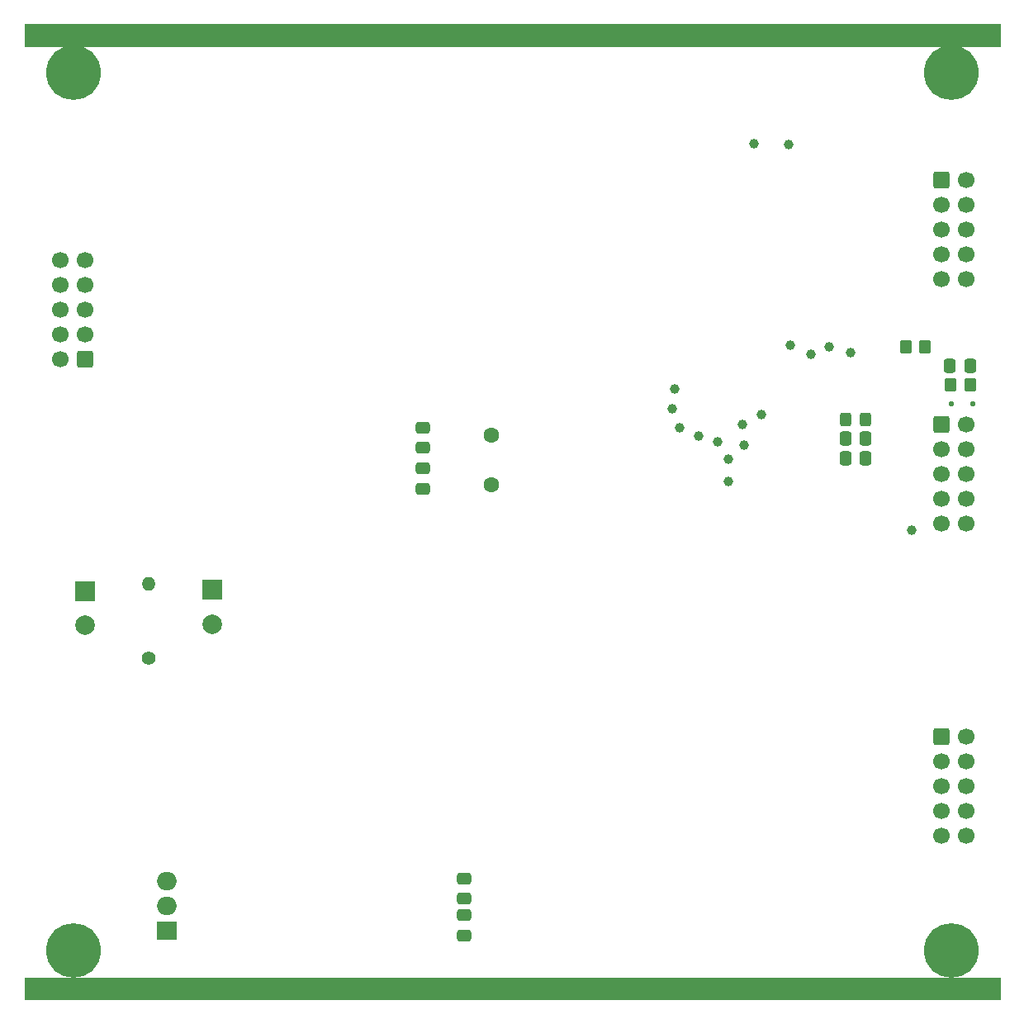
<source format=gbs>
G04 #@! TF.GenerationSoftware,KiCad,Pcbnew,7.0.10*
G04 #@! TF.CreationDate,2024-01-28T11:03:42+01:00*
G04 #@! TF.ProjectId,EuroMeasure-IonGaugeController,4575726f-4d65-4617-9375-72652d496f6e,1.1.0*
G04 #@! TF.SameCoordinates,Original*
G04 #@! TF.FileFunction,Soldermask,Bot*
G04 #@! TF.FilePolarity,Negative*
%FSLAX46Y46*%
G04 Gerber Fmt 4.6, Leading zero omitted, Abs format (unit mm)*
G04 Created by KiCad (PCBNEW 7.0.10) date 2024-01-28 11:03:42*
%MOMM*%
%LPD*%
G01*
G04 APERTURE LIST*
G04 Aperture macros list*
%AMRoundRect*
0 Rectangle with rounded corners*
0 $1 Rounding radius*
0 $2 $3 $4 $5 $6 $7 $8 $9 X,Y pos of 4 corners*
0 Add a 4 corners polygon primitive as box body*
4,1,4,$2,$3,$4,$5,$6,$7,$8,$9,$2,$3,0*
0 Add four circle primitives for the rounded corners*
1,1,$1+$1,$2,$3*
1,1,$1+$1,$4,$5*
1,1,$1+$1,$6,$7*
1,1,$1+$1,$8,$9*
0 Add four rect primitives between the rounded corners*
20,1,$1+$1,$2,$3,$4,$5,0*
20,1,$1+$1,$4,$5,$6,$7,0*
20,1,$1+$1,$6,$7,$8,$9,0*
20,1,$1+$1,$8,$9,$2,$3,0*%
G04 Aperture macros list end*
%ADD10C,0.010000*%
%ADD11RoundRect,0.250000X0.600000X0.600000X-0.600000X0.600000X-0.600000X-0.600000X0.600000X-0.600000X0*%
%ADD12C,1.700000*%
%ADD13C,1.000000*%
%ADD14R,2.000000X1.905000*%
%ADD15O,2.000000X1.905000*%
%ADD16R,2.000000X2.000000*%
%ADD17C,2.000000*%
%ADD18RoundRect,0.250000X-0.600000X-0.600000X0.600000X-0.600000X0.600000X0.600000X-0.600000X0.600000X0*%
%ADD19C,5.600000*%
%ADD20C,1.600000*%
%ADD21C,1.400000*%
%ADD22O,1.400000X1.400000*%
%ADD23RoundRect,0.125000X0.125000X0.125000X-0.125000X0.125000X-0.125000X-0.125000X0.125000X-0.125000X0*%
%ADD24RoundRect,0.250000X0.337500X0.475000X-0.337500X0.475000X-0.337500X-0.475000X0.337500X-0.475000X0*%
%ADD25RoundRect,0.250000X-0.350000X-0.450000X0.350000X-0.450000X0.350000X0.450000X-0.350000X0.450000X0*%
%ADD26RoundRect,0.250000X-0.475000X0.337500X-0.475000X-0.337500X0.475000X-0.337500X0.475000X0.337500X0*%
%ADD27RoundRect,0.250000X0.475000X-0.337500X0.475000X0.337500X-0.475000X0.337500X-0.475000X-0.337500X0*%
%ADD28RoundRect,0.250000X0.350000X0.450000X-0.350000X0.450000X-0.350000X-0.450000X0.350000X-0.450000X0*%
%ADD29RoundRect,0.250000X-0.325000X-0.450000X0.325000X-0.450000X0.325000X0.450000X-0.325000X0.450000X0*%
G04 APERTURE END LIST*
D10*
X99960000Y-50000000D02*
X199960000Y-50000000D01*
X199960000Y-50000000D02*
X199960000Y-52250000D01*
X199960000Y-52250000D02*
X99960000Y-52250000D01*
X99960000Y-52250000D02*
X99960000Y-50000000D01*
G36*
X99960000Y-50000000D02*
G01*
X199960000Y-50000000D01*
X199960000Y-52250000D01*
X99960000Y-52250000D01*
X99960000Y-50000000D01*
G37*
X99960000Y-147750000D02*
X199960000Y-147750000D01*
X199960000Y-147750000D02*
X199960000Y-150000000D01*
X199960000Y-150000000D02*
X99960000Y-150000000D01*
X99960000Y-150000000D02*
X99960000Y-147750000D01*
G36*
X99960000Y-147750000D02*
G01*
X199960000Y-147750000D01*
X199960000Y-150000000D01*
X99960000Y-150000000D01*
X99960000Y-147750000D01*
G37*
D11*
X106197500Y-84330000D03*
D12*
X103657500Y-84330000D03*
X106197500Y-81790000D03*
X103657500Y-81790000D03*
X106197500Y-79250000D03*
X103657500Y-79250000D03*
X106197500Y-76710000D03*
X103657500Y-76710000D03*
X106197500Y-74170000D03*
X103657500Y-74170000D03*
D13*
X175550000Y-90000000D03*
D14*
X114550000Y-142980000D03*
D15*
X114550000Y-140440000D03*
X114550000Y-137900000D03*
D13*
X184700000Y-83700000D03*
X167150000Y-91350000D03*
X182500000Y-83050000D03*
X178300000Y-62300000D03*
X173600000Y-91000000D03*
X190950000Y-101850000D03*
X174750000Y-62250000D03*
D16*
X106200000Y-108117677D03*
D17*
X106200000Y-111617677D03*
D18*
X193960000Y-66000000D03*
D12*
X196500000Y-66000000D03*
D19*
X104960000Y-55000000D03*
X104960000Y-145000000D03*
D12*
X193960000Y-68540000D03*
D19*
X194960000Y-55000000D03*
X194960000Y-145000000D03*
D12*
X196500000Y-68540000D03*
X193960000Y-71080000D03*
X196500000Y-71080000D03*
X193960000Y-73620000D03*
X196500000Y-73620000D03*
X193960000Y-76160000D03*
X196500000Y-76160000D03*
D18*
X193960000Y-91000000D03*
D12*
X196500000Y-91000000D03*
X193960000Y-93540000D03*
X196500000Y-93540000D03*
X193960000Y-96080000D03*
X196500000Y-96080000D03*
X193960000Y-98620000D03*
X196500000Y-98620000D03*
X193960000Y-101160000D03*
X196500000Y-101160000D03*
D18*
X193960000Y-123000000D03*
D12*
X196500000Y-123000000D03*
X193960000Y-125540000D03*
X196500000Y-125540000D03*
X193960000Y-128080000D03*
X196500000Y-128080000D03*
X193960000Y-130620000D03*
X196500000Y-130620000D03*
X193960000Y-133160000D03*
X196500000Y-133160000D03*
D13*
X166400000Y-89450000D03*
X169100000Y-92200000D03*
X166650000Y-87400000D03*
D16*
X119200000Y-108000000D03*
D17*
X119200000Y-111500000D03*
D13*
X171050000Y-92800000D03*
X172100000Y-94600000D03*
X172100000Y-96900000D03*
D20*
X147800000Y-97180000D03*
X147800000Y-92180000D03*
D13*
X173700000Y-93150000D03*
D21*
X112700000Y-115000000D03*
D22*
X112700000Y-107380000D03*
D13*
X178450000Y-82900000D03*
X180600000Y-83800000D03*
D23*
X197200000Y-88900000D03*
X195000000Y-88900000D03*
D24*
X186215000Y-92505000D03*
X184140000Y-92505000D03*
X196937500Y-85000000D03*
X194862500Y-85000000D03*
D25*
X194900000Y-87000000D03*
X196900000Y-87000000D03*
D26*
X140800000Y-91362500D03*
X140800000Y-93437500D03*
X145050000Y-137562500D03*
X145050000Y-139637500D03*
D24*
X186215000Y-94505000D03*
X184140000Y-94505000D03*
D27*
X140800000Y-97637500D03*
X140800000Y-95562500D03*
X145050000Y-143437500D03*
X145050000Y-141362500D03*
D28*
X192300000Y-83100000D03*
X190300000Y-83100000D03*
D29*
X184152500Y-90505000D03*
X186202500Y-90505000D03*
M02*

</source>
